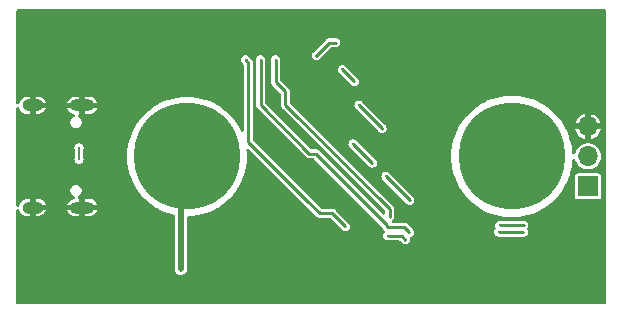
<source format=gbr>
%TF.GenerationSoftware,KiCad,Pcbnew,7.0.6*%
%TF.CreationDate,2024-02-07T23:43:31-05:00*%
%TF.ProjectId,USB_Telegraph,5553425f-5465-46c6-9567-726170682e6b,rev?*%
%TF.SameCoordinates,Original*%
%TF.FileFunction,Copper,L2,Bot*%
%TF.FilePolarity,Positive*%
%FSLAX46Y46*%
G04 Gerber Fmt 4.6, Leading zero omitted, Abs format (unit mm)*
G04 Created by KiCad (PCBNEW 7.0.6) date 2024-02-07 23:43:31*
%MOMM*%
%LPD*%
G01*
G04 APERTURE LIST*
%TA.AperFunction,ComponentPad*%
%ADD10C,9.000000*%
%TD*%
%TA.AperFunction,ComponentPad*%
%ADD11R,1.700000X1.700000*%
%TD*%
%TA.AperFunction,ComponentPad*%
%ADD12O,1.700000X1.700000*%
%TD*%
%TA.AperFunction,ComponentPad*%
%ADD13O,2.100000X1.000000*%
%TD*%
%TA.AperFunction,ComponentPad*%
%ADD14O,1.800000X1.000000*%
%TD*%
%TA.AperFunction,ViaPad*%
%ADD15C,0.250000*%
%TD*%
%TA.AperFunction,ViaPad*%
%ADD16C,0.500000*%
%TD*%
%TA.AperFunction,Conductor*%
%ADD17C,0.508000*%
%TD*%
%TA.AperFunction,Conductor*%
%ADD18C,0.254000*%
%TD*%
%TA.AperFunction,Conductor*%
%ADD19C,0.127000*%
%TD*%
G04 APERTURE END LIST*
D10*
%TO.P,J4,1,Pin_1*%
%TO.N,Net-(D1-K)*%
X114500000Y-112500000D03*
%TD*%
D11*
%TO.P,J5,1,Pin_1*%
%TO.N,/SWDIO*%
X148442255Y-115032501D03*
D12*
%TO.P,J5,2,Pin_2*%
%TO.N,/SWDCLK*%
X148442255Y-112492501D03*
%TO.P,J5,3,Pin_3*%
%TO.N,GND*%
X148442255Y-109952501D03*
%TD*%
D13*
%TO.P,J1,S1,SHIELD*%
%TO.N,GND*%
X105625000Y-108180000D03*
D14*
X101425000Y-108180000D03*
D13*
X105625000Y-116820000D03*
D14*
X101425000Y-116820000D03*
%TD*%
D10*
%TO.P,J3,1,Pin_1*%
%TO.N,Net-(D1-A)*%
X142000000Y-112500000D03*
%TD*%
D15*
%TO.N,GND*%
X129127067Y-105709855D03*
X129631818Y-107209686D03*
X104208452Y-114822567D03*
X104323824Y-117822227D03*
X105477539Y-118644250D03*
X105044896Y-120317137D03*
X106847577Y-120273873D03*
X108621414Y-120230609D03*
X136945132Y-122610147D03*
X133008077Y-121658332D03*
X135286666Y-121658332D03*
X142713710Y-119567222D03*
X142713710Y-122638990D03*
X129171973Y-123057212D03*
X129171973Y-121975604D03*
X130945811Y-120043130D03*
X128955651Y-119999866D03*
X126576113Y-120043130D03*
X126532849Y-121240110D03*
X124773432Y-121268953D03*
X123230338Y-121240110D03*
X116235937Y-120245030D03*
X117317546Y-121312217D03*
X115053379Y-121268953D03*
X126460742Y-122912997D03*
X124816697Y-122912997D03*
X123158231Y-122912997D03*
X121211336Y-122912997D03*
X119322126Y-122912997D03*
X117346388Y-122912997D03*
X114966850Y-122912997D03*
D16*
X133527800Y-122555000D03*
X121290842Y-100535997D03*
X106058633Y-105877092D03*
X108590842Y-100535997D03*
X103518633Y-103337092D03*
D15*
X123254986Y-117096302D03*
X125679200Y-111760000D03*
X132613400Y-106908600D03*
X124011565Y-109977141D03*
D16*
X139070842Y-100535997D03*
D15*
X131858371Y-113724121D03*
D16*
X111138633Y-103337092D03*
D15*
X127025400Y-103936800D03*
X123901200Y-114833400D03*
D16*
X111273135Y-121930514D03*
X100978633Y-105877092D03*
X128473200Y-116230400D03*
D15*
X129717800Y-114147600D03*
X127482600Y-113538000D03*
D16*
X107684676Y-118439330D03*
D15*
X117526601Y-116988220D03*
D16*
X144158633Y-103337092D03*
X149373135Y-121930514D03*
X129032000Y-124460000D03*
D15*
X123037564Y-115460650D03*
D16*
X116218633Y-103337092D03*
D15*
X120866302Y-111663232D03*
D16*
X136899438Y-115423821D03*
X116210842Y-100535997D03*
D15*
X124290178Y-108782171D03*
X126136400Y-113792000D03*
X125145800Y-116103400D03*
D16*
X100978633Y-113497092D03*
X106172000Y-124460000D03*
D15*
X124344164Y-116882539D03*
D16*
X118872000Y-124460000D03*
X114860178Y-119442690D03*
X131450842Y-100535997D03*
X116332000Y-124460000D03*
X138553104Y-116980213D03*
X133990842Y-100535997D03*
D15*
X124655258Y-109195287D03*
D16*
X131458633Y-103337092D03*
D15*
X123527539Y-115941018D03*
D16*
X113670842Y-100535997D03*
X121412000Y-124460000D03*
X146698633Y-103337092D03*
X108712000Y-124460000D03*
X123830842Y-100535997D03*
X141732000Y-124460000D03*
X109370767Y-118309630D03*
X108733135Y-121930514D03*
X100968920Y-100531887D03*
X113678633Y-103337092D03*
D15*
X121785061Y-119776754D03*
D16*
X103510842Y-100535997D03*
X107137200Y-115700000D03*
D15*
X130606800Y-115036600D03*
D16*
X131458633Y-105877092D03*
X118383946Y-108455521D03*
X144150842Y-100535997D03*
X146833135Y-119390514D03*
X128910842Y-100535997D03*
D15*
X124282200Y-115214400D03*
D16*
X136023968Y-113640456D03*
D15*
X120304271Y-112744059D03*
D16*
X131572000Y-124460000D03*
D15*
X129692400Y-115798600D03*
X128447800Y-114579400D03*
D16*
X139078633Y-103337092D03*
X123952000Y-124460000D03*
D15*
X123959870Y-116450208D03*
X132377168Y-113032392D03*
D16*
X149238633Y-103337092D03*
D15*
X120333093Y-111173257D03*
D16*
X101092000Y-124460000D03*
D15*
X120098970Y-118674310D03*
X128659122Y-110114158D03*
X123146903Y-118522994D03*
X137795000Y-108000800D03*
D16*
X136652000Y-124460000D03*
X103632000Y-124460000D03*
X108598633Y-103337092D03*
X149238633Y-105877092D03*
X110116538Y-109100982D03*
X144272000Y-124460000D03*
X126370842Y-100535997D03*
D15*
X122163294Y-112945814D03*
D16*
X126492000Y-124460000D03*
X149373135Y-119390514D03*
X106050842Y-100535997D03*
X141610842Y-100535997D03*
D15*
X119536940Y-114286151D03*
D16*
X135959119Y-111857091D03*
D15*
X121884681Y-110082822D03*
X121096878Y-109352663D03*
D16*
X116262089Y-105877091D03*
X141618633Y-103337092D03*
D15*
X119645023Y-119776754D03*
D16*
X139078633Y-105877092D03*
X103551057Y-110957092D03*
X144158633Y-105877092D03*
X136538633Y-103337092D03*
X111130842Y-100535997D03*
D15*
X129610250Y-111324684D03*
X119742241Y-112153207D03*
D16*
X111252000Y-124460000D03*
X146812000Y-124460000D03*
D15*
X128594273Y-108730699D03*
X129415701Y-109400812D03*
D16*
X135959119Y-110041301D03*
D15*
X128016000Y-115646200D03*
D16*
X103518633Y-105877092D03*
D15*
X130993709Y-111000436D03*
X126568200Y-110921800D03*
X120482007Y-108680149D03*
D16*
X134112000Y-124460000D03*
D15*
X127482600Y-115138200D03*
D16*
X107911650Y-116882938D03*
X106193135Y-121930514D03*
D15*
X130215514Y-110265474D03*
X127482600Y-111846609D03*
D16*
X118750842Y-100535997D03*
D15*
X108129249Y-112929849D03*
D16*
X149230842Y-100535997D03*
X103518633Y-108417092D03*
D15*
X130972093Y-112967542D03*
D16*
X112464447Y-105469924D03*
X101113135Y-121930514D03*
X146690842Y-100535997D03*
X100978633Y-103337092D03*
D15*
X127000000Y-111353600D03*
D16*
X103653135Y-121930514D03*
X149352000Y-124460000D03*
X100978633Y-110957092D03*
X118402127Y-105920325D03*
D15*
X124764800Y-115697000D03*
X123050829Y-109060784D03*
X117137503Y-118674310D03*
D16*
X103653135Y-119390514D03*
D15*
X125425200Y-113080800D03*
X128524000Y-113080800D03*
X120923946Y-113277267D03*
D16*
X139192000Y-124460000D03*
X101113135Y-119390514D03*
D15*
X127816077Y-109530511D03*
D16*
X146698633Y-105877092D03*
X136530842Y-100535997D03*
D15*
X130301980Y-111951564D03*
D16*
X148150851Y-107674290D03*
X135991600Y-116840000D03*
D15*
X121471565Y-112268495D03*
X126898400Y-114528600D03*
D16*
X113792000Y-124460000D03*
X146833135Y-121930514D03*
D15*
X133985000Y-104038400D03*
X131879988Y-111865098D03*
D16*
X107289600Y-109296200D03*
D15*
X119169459Y-116188407D03*
D16*
X108598633Y-105877092D03*
X106058633Y-103337092D03*
X141618633Y-105877092D03*
X133998633Y-103337092D03*
D15*
%TO.N,Net-(D1-K)*%
X125450600Y-103962200D03*
X127101600Y-102870000D03*
D16*
X113995200Y-122021600D03*
D15*
%TO.N,/USB_DN*%
X105359200Y-111760000D03*
X105359200Y-112750600D03*
%TO.N,/SWDIO*%
X140893800Y-118897400D03*
X119456200Y-104317800D03*
X127914400Y-118414800D03*
X132994400Y-119532400D03*
X126673962Y-117318438D03*
X131495800Y-119227600D03*
X142976600Y-118897400D03*
%TO.N,/SWDCLK*%
X143002000Y-118338600D03*
X140970000Y-118338600D03*
X133324600Y-118922800D03*
X131470400Y-118491000D03*
X120726200Y-104317800D03*
%TO.N,/SWO*%
X131648200Y-117602000D03*
X121996200Y-104292400D03*
%TO.N,/RST*%
X127660400Y-105130600D03*
X128676400Y-106146600D03*
X129057400Y-108153200D03*
X131013200Y-110134400D03*
%TO.N,/SENSE2*%
X131343400Y-114173000D03*
X130200400Y-113055400D03*
X133375400Y-116205000D03*
X128549400Y-111429800D03*
%TD*%
D17*
%TO.N,Net-(D1-K)*%
X113995200Y-122021600D02*
X114000000Y-122016800D01*
D18*
X126542800Y-102870000D02*
X125450600Y-103962200D01*
D17*
X114000000Y-113000000D02*
X114500000Y-112500000D01*
X114000000Y-122016800D02*
X114000000Y-113000000D01*
D18*
X127101600Y-102870000D02*
X126542800Y-102870000D01*
D19*
%TO.N,/USB_DN*%
X105359200Y-111760000D02*
X105359200Y-112750600D01*
D18*
%TO.N,/SWDIO*%
X126673962Y-117318438D02*
X126818038Y-117318438D01*
X131495800Y-119227600D02*
X132689600Y-119227600D01*
X124693800Y-116290625D02*
X124693800Y-116286400D01*
X125721613Y-117318438D02*
X124693800Y-116290625D01*
X126673962Y-117318438D02*
X125721613Y-117318438D01*
X132689600Y-119227600D02*
X132994400Y-119532400D01*
X119685800Y-104547400D02*
X119456200Y-104317800D01*
X140893800Y-118897400D02*
X142976600Y-118897400D01*
X124693800Y-116286400D02*
X119685800Y-111278400D01*
X119685800Y-111278400D02*
X119685800Y-104547400D01*
X126818038Y-117318438D02*
X127914400Y-118414800D01*
%TO.N,/SWDCLK*%
X132892800Y-118491000D02*
X133324600Y-118922800D01*
X131470400Y-118491000D02*
X131470400Y-118338600D01*
X131470400Y-118338600D02*
X125394600Y-112262800D01*
X131470400Y-118491000D02*
X132892800Y-118491000D01*
X120726200Y-108131002D02*
X120726200Y-104317800D01*
X124857998Y-112262800D02*
X120726200Y-108131002D01*
X125394600Y-112262800D02*
X124857998Y-112262800D01*
X143002000Y-118338600D02*
X140970000Y-118338600D01*
%TO.N,/SWO*%
X131648200Y-116941600D02*
X122809000Y-108102400D01*
X122809000Y-108102400D02*
X122809000Y-106984800D01*
X131648200Y-117602000D02*
X131648200Y-116941600D01*
X121996200Y-106172000D02*
X121996200Y-104292400D01*
X122809000Y-106984800D02*
X121996200Y-106172000D01*
%TO.N,/RST*%
X127660400Y-105130600D02*
X128676400Y-106146600D01*
X131013200Y-110109000D02*
X131013200Y-110134400D01*
X129057400Y-108153200D02*
X131013200Y-110109000D01*
%TO.N,/SENSE2*%
X130175000Y-113055400D02*
X128549400Y-111429800D01*
X133375400Y-116205000D02*
X131343400Y-114173000D01*
X130200400Y-113055400D02*
X130175000Y-113055400D01*
%TD*%
%TA.AperFunction,Conductor*%
%TO.N,GND*%
G36*
X149930039Y-100044885D02*
G01*
X149975794Y-100097689D01*
X149987000Y-100149200D01*
X149987000Y-124869400D01*
X149967315Y-124936439D01*
X149914511Y-124982194D01*
X149863000Y-124993400D01*
X100174600Y-124993400D01*
X100107561Y-124973715D01*
X100061806Y-124920911D01*
X100050600Y-124869400D01*
X100050600Y-117030309D01*
X100070285Y-116963270D01*
X100123089Y-116917515D01*
X100192247Y-116907571D01*
X100255803Y-116936596D01*
X100293577Y-116995374D01*
X100296716Y-117008777D01*
X100301615Y-117036563D01*
X100371059Y-117197554D01*
X100475756Y-117338185D01*
X100610061Y-117450881D01*
X100610063Y-117450882D01*
X100766735Y-117529566D01*
X100937340Y-117570000D01*
X101175000Y-117570000D01*
X101175000Y-117120000D01*
X101675000Y-117120000D01*
X101675000Y-117570000D01*
X101868677Y-117570000D01*
X101868677Y-117569999D01*
X101999139Y-117554751D01*
X102163889Y-117494787D01*
X102310373Y-117398443D01*
X102430685Y-117270921D01*
X102518349Y-117119083D01*
X102533043Y-117070000D01*
X104366038Y-117070000D01*
X104421059Y-117197552D01*
X104421062Y-117197558D01*
X104525756Y-117338185D01*
X104660061Y-117450881D01*
X104660063Y-117450882D01*
X104816735Y-117529566D01*
X104987340Y-117570000D01*
X105375000Y-117570000D01*
X105375000Y-117120000D01*
X105875000Y-117120000D01*
X105875000Y-117570000D01*
X106218677Y-117570000D01*
X106218677Y-117569999D01*
X106349139Y-117554751D01*
X106513889Y-117494787D01*
X106660373Y-117398443D01*
X106780685Y-117270921D01*
X106868349Y-117119083D01*
X106883043Y-117070000D01*
X106341111Y-117070000D01*
X106380610Y-117045543D01*
X106448201Y-116956038D01*
X106478895Y-116848160D01*
X106468546Y-116736479D01*
X106418552Y-116636078D01*
X106346069Y-116570000D01*
X106883962Y-116570000D01*
X106828940Y-116442447D01*
X106828937Y-116442441D01*
X106724243Y-116301814D01*
X106589938Y-116189118D01*
X106589936Y-116189117D01*
X106433264Y-116110433D01*
X106262660Y-116070000D01*
X105875000Y-116070000D01*
X105875000Y-116520000D01*
X105375000Y-116520000D01*
X105375000Y-116070000D01*
X105373417Y-116068417D01*
X105311769Y-116050315D01*
X105266014Y-115997511D01*
X105256070Y-115928353D01*
X105285095Y-115864797D01*
X105327296Y-115833206D01*
X105332826Y-115830680D01*
X105375642Y-115811127D01*
X105483324Y-115717820D01*
X105560357Y-115597955D01*
X105600500Y-115461242D01*
X105600500Y-115318758D01*
X105560357Y-115182045D01*
X105483324Y-115062180D01*
X105375642Y-114968873D01*
X105375640Y-114968872D01*
X105246034Y-114909682D01*
X105153709Y-114896408D01*
X105140436Y-114894500D01*
X105069564Y-114894500D01*
X104963965Y-114909682D01*
X104834359Y-114968872D01*
X104834358Y-114968873D01*
X104761437Y-115032060D01*
X104726674Y-115062182D01*
X104649645Y-115182041D01*
X104649643Y-115182045D01*
X104609500Y-115318758D01*
X104609500Y-115461242D01*
X104649643Y-115597955D01*
X104726676Y-115717820D01*
X104834358Y-115811127D01*
X104882704Y-115833206D01*
X104923535Y-115851853D01*
X104976339Y-115897608D01*
X104996023Y-115964647D01*
X104976338Y-116031687D01*
X104923534Y-116077441D01*
X104902076Y-116084805D01*
X104736110Y-116145212D01*
X104589626Y-116241556D01*
X104469314Y-116369078D01*
X104381650Y-116520916D01*
X104366957Y-116570000D01*
X104908889Y-116570000D01*
X104869390Y-116594457D01*
X104801799Y-116683962D01*
X104771105Y-116791840D01*
X104781454Y-116903521D01*
X104831448Y-117003922D01*
X104903931Y-117070000D01*
X104366038Y-117070000D01*
X102533043Y-117070000D01*
X101991111Y-117070000D01*
X102030610Y-117045543D01*
X102098201Y-116956038D01*
X102128895Y-116848160D01*
X102118546Y-116736479D01*
X102068552Y-116636078D01*
X101996069Y-116570000D01*
X102533962Y-116570000D01*
X102478940Y-116442447D01*
X102478937Y-116442441D01*
X102374243Y-116301814D01*
X102239938Y-116189118D01*
X102239936Y-116189117D01*
X102083264Y-116110433D01*
X101912660Y-116070000D01*
X101675000Y-116070000D01*
X101675000Y-116520000D01*
X101175000Y-116520000D01*
X101175000Y-116070000D01*
X100981323Y-116070000D01*
X100850860Y-116085248D01*
X100686110Y-116145212D01*
X100539626Y-116241556D01*
X100419314Y-116369078D01*
X100331650Y-116520918D01*
X100331648Y-116520921D01*
X100293390Y-116648712D01*
X100255305Y-116707290D01*
X100191597Y-116735978D01*
X100122492Y-116725668D01*
X100069931Y-116679634D01*
X100050600Y-116613148D01*
X100050600Y-112750602D01*
X104974969Y-112750602D01*
X104993773Y-112869331D01*
X104993775Y-112869334D01*
X105048351Y-112976445D01*
X105048353Y-112976447D01*
X105048355Y-112976450D01*
X105133349Y-113061444D01*
X105133351Y-113061445D01*
X105133355Y-113061449D01*
X105240466Y-113116025D01*
X105240468Y-113116026D01*
X105359198Y-113134831D01*
X105359200Y-113134831D01*
X105359202Y-113134831D01*
X105477931Y-113116026D01*
X105477932Y-113116025D01*
X105477934Y-113116025D01*
X105585045Y-113061449D01*
X105670049Y-112976445D01*
X105724625Y-112869334D01*
X105724625Y-112869332D01*
X105724626Y-112869331D01*
X105743431Y-112750602D01*
X105743431Y-112750597D01*
X105724626Y-112631868D01*
X105724625Y-112631866D01*
X105690715Y-112565315D01*
X105677199Y-112509019D01*
X105677199Y-112500000D01*
X109435880Y-112500000D01*
X109455151Y-112941367D01*
X109512814Y-113379371D01*
X109608437Y-113810697D01*
X109684793Y-114052866D01*
X109741284Y-114232031D01*
X109910349Y-114640190D01*
X109910350Y-114640192D01*
X110114341Y-115032056D01*
X110114340Y-115032055D01*
X110351716Y-115404660D01*
X110592011Y-115717820D01*
X110620659Y-115755154D01*
X110919126Y-116080874D01*
X111244846Y-116379341D01*
X111244849Y-116379343D01*
X111244852Y-116379346D01*
X111485325Y-116563867D01*
X111595340Y-116648284D01*
X111871128Y-116823981D01*
X111967945Y-116885660D01*
X111967944Y-116885659D01*
X112359810Y-117089651D01*
X112767969Y-117258716D01*
X112942493Y-117313743D01*
X113189303Y-117391563D01*
X113252232Y-117405513D01*
X113394340Y-117437018D01*
X113455528Y-117470745D01*
X113488770Y-117532200D01*
X113491500Y-117558078D01*
X113491500Y-121934108D01*
X113491342Y-121938532D01*
X113482780Y-122058244D01*
X113482780Y-122058249D01*
X113513862Y-122201129D01*
X113513862Y-122201130D01*
X113564868Y-122294541D01*
X113583939Y-122329467D01*
X113687333Y-122432861D01*
X113815671Y-122502938D01*
X113958551Y-122534020D01*
X114104401Y-122523589D01*
X114196539Y-122489222D01*
X114200730Y-122487827D01*
X114213411Y-122484104D01*
X114213413Y-122484102D01*
X114221481Y-122480418D01*
X114221714Y-122480930D01*
X114230257Y-122476646D01*
X114241404Y-122472489D01*
X114299831Y-122428750D01*
X114303435Y-122426247D01*
X114336421Y-122405050D01*
X114370957Y-122365192D01*
X114373953Y-122361973D01*
X114385280Y-122350648D01*
X114394867Y-122337838D01*
X114397636Y-122334402D01*
X114432176Y-122294543D01*
X114434296Y-122289901D01*
X114447830Y-122267090D01*
X114450888Y-122263005D01*
X114450887Y-122263005D01*
X114450889Y-122263004D01*
X114469328Y-122213562D01*
X114470999Y-122209528D01*
X114492919Y-122161534D01*
X114493645Y-122156484D01*
X114500206Y-122130777D01*
X114501988Y-122126001D01*
X114505750Y-122073392D01*
X114506220Y-122069022D01*
X114508500Y-122053168D01*
X114508500Y-122037172D01*
X114508658Y-122032747D01*
X114512420Y-121980152D01*
X114511332Y-121975151D01*
X114508500Y-121948811D01*
X114508499Y-117682448D01*
X114528184Y-117615413D01*
X114580988Y-117569658D01*
X114627088Y-117558570D01*
X114941367Y-117544849D01*
X115379371Y-117487185D01*
X115379371Y-117487186D01*
X115810697Y-117391563D01*
X116057506Y-117313743D01*
X116232031Y-117258716D01*
X116640190Y-117089651D01*
X117032056Y-116885659D01*
X117032055Y-116885660D01*
X117128872Y-116823981D01*
X117404660Y-116648284D01*
X117514675Y-116563867D01*
X117755148Y-116379346D01*
X117755150Y-116379343D01*
X117755154Y-116379341D01*
X118080874Y-116080874D01*
X118379341Y-115755154D01*
X118407989Y-115717820D01*
X118648284Y-115404660D01*
X118885660Y-115032055D01*
X118885659Y-115032056D01*
X119089650Y-114640192D01*
X119089651Y-114640190D01*
X119258716Y-114232031D01*
X119315207Y-114052866D01*
X119391563Y-113810697D01*
X119487186Y-113379371D01*
X119544849Y-112941367D01*
X119564120Y-112500000D01*
X119544849Y-112058633D01*
X119534664Y-111981270D01*
X119545429Y-111912237D01*
X119591809Y-111859981D01*
X119659078Y-111841096D01*
X119725879Y-111861577D01*
X119745283Y-111877405D01*
X122099906Y-114232029D01*
X124361212Y-116493335D01*
X124374448Y-116508962D01*
X124383677Y-116521889D01*
X124388582Y-116528189D01*
X124429619Y-116565967D01*
X125414778Y-117551126D01*
X125430906Y-117570986D01*
X125437051Y-117580392D01*
X125437052Y-117580393D01*
X125437053Y-117580394D01*
X125442659Y-117584757D01*
X125465557Y-117602579D01*
X125471314Y-117607662D01*
X125474204Y-117610552D01*
X125493513Y-117624338D01*
X125537528Y-117658596D01*
X125537535Y-117658598D01*
X125544565Y-117662403D01*
X125551738Y-117665909D01*
X125551743Y-117665913D01*
X125587380Y-117676522D01*
X125605198Y-117681827D01*
X125607019Y-117682452D01*
X125657952Y-117699938D01*
X125657953Y-117699938D01*
X125665832Y-117701253D01*
X125673771Y-117702242D01*
X125673772Y-117702243D01*
X125673772Y-117702242D01*
X125673773Y-117702243D01*
X125714508Y-117700558D01*
X125729497Y-117699938D01*
X126608654Y-117699938D01*
X126675693Y-117719623D01*
X126696334Y-117736256D01*
X127183220Y-118223143D01*
X127666991Y-118706914D01*
X127668519Y-118708005D01*
X127684148Y-118721242D01*
X127688556Y-118725650D01*
X127696655Y-118729777D01*
X127712407Y-118739341D01*
X127744526Y-118762273D01*
X127744528Y-118762274D01*
X127744530Y-118762275D01*
X127771958Y-118770440D01*
X127792869Y-118778799D01*
X127795666Y-118780225D01*
X127811177Y-118782681D01*
X127819171Y-118784496D01*
X127866559Y-118798605D01*
X127890028Y-118797634D01*
X127914140Y-118799031D01*
X127914398Y-118799031D01*
X127914398Y-118799030D01*
X127914400Y-118799031D01*
X127931410Y-118796336D01*
X127938531Y-118795627D01*
X127993772Y-118793343D01*
X128011010Y-118786616D01*
X128025741Y-118782626D01*
X128033130Y-118780225D01*
X128033134Y-118780225D01*
X128049166Y-118772055D01*
X128054779Y-118769538D01*
X128112381Y-118747062D01*
X128112380Y-118747062D01*
X128112384Y-118747061D01*
X128122763Y-118738269D01*
X128132596Y-118731730D01*
X128132347Y-118731387D01*
X128140241Y-118725651D01*
X128140240Y-118725651D01*
X128140245Y-118725649D01*
X128152730Y-118713162D01*
X128156458Y-118709731D01*
X128209542Y-118664772D01*
X128216420Y-118653227D01*
X128219518Y-118648529D01*
X128225243Y-118640650D01*
X128225249Y-118640645D01*
X128232180Y-118627041D01*
X128234132Y-118623503D01*
X128274716Y-118555395D01*
X128277663Y-118541335D01*
X128279380Y-118534898D01*
X128279818Y-118533546D01*
X128279825Y-118533534D01*
X128281206Y-118524807D01*
X128281759Y-118521802D01*
X128300845Y-118430783D01*
X128285096Y-118304440D01*
X128285095Y-118304438D01*
X128285094Y-118304434D01*
X128229177Y-118190054D01*
X127124871Y-117085748D01*
X127108743Y-117065888D01*
X127107054Y-117063303D01*
X127102598Y-117056482D01*
X127074087Y-117034291D01*
X127068325Y-117029202D01*
X127065447Y-117026324D01*
X127046137Y-117012537D01*
X127022365Y-116994035D01*
X127002124Y-116978280D01*
X126995108Y-116974483D01*
X126987910Y-116970964D01*
X126987908Y-116970963D01*
X126987905Y-116970962D01*
X126934451Y-116955047D01*
X126881700Y-116936937D01*
X126873817Y-116935622D01*
X126865877Y-116934632D01*
X126812205Y-116936853D01*
X126810154Y-116936938D01*
X126700963Y-116936938D01*
X126681564Y-116935411D01*
X126673963Y-116934207D01*
X126673961Y-116934207D01*
X126666360Y-116935411D01*
X126646961Y-116936938D01*
X125930997Y-116936938D01*
X125863958Y-116917253D01*
X125843316Y-116900619D01*
X125026393Y-116083696D01*
X125013153Y-116068063D01*
X125003955Y-116055179D01*
X124999018Y-116048836D01*
X124957992Y-116011069D01*
X120103619Y-111156695D01*
X120070134Y-111095372D01*
X120067300Y-111069014D01*
X120067300Y-108115017D01*
X120339754Y-108115017D01*
X120344223Y-108150867D01*
X120344700Y-108158543D01*
X120344700Y-108162613D01*
X120347627Y-108180157D01*
X120348603Y-108186007D01*
X120355504Y-108241363D01*
X120357780Y-108249011D01*
X120360381Y-108256587D01*
X120386929Y-108305643D01*
X120411424Y-108355749D01*
X120416069Y-108362255D01*
X120420982Y-108368566D01*
X120462019Y-108406344D01*
X124551163Y-112495488D01*
X124567291Y-112515348D01*
X124573436Y-112524754D01*
X124573437Y-112524755D01*
X124573438Y-112524756D01*
X124591468Y-112538789D01*
X124601942Y-112546941D01*
X124607699Y-112552024D01*
X124610589Y-112554914D01*
X124629898Y-112568700D01*
X124673913Y-112602958D01*
X124673920Y-112602960D01*
X124680950Y-112606765D01*
X124688123Y-112610271D01*
X124688128Y-112610275D01*
X124723765Y-112620884D01*
X124741583Y-112626189D01*
X124767960Y-112635244D01*
X124794337Y-112644300D01*
X124794338Y-112644300D01*
X124802217Y-112645615D01*
X124810156Y-112646604D01*
X124810157Y-112646605D01*
X124810157Y-112646604D01*
X124810158Y-112646605D01*
X124838019Y-112645452D01*
X124865882Y-112644300D01*
X125185216Y-112644300D01*
X125252255Y-112663985D01*
X125272897Y-112680619D01*
X131050537Y-118458260D01*
X131083062Y-118515500D01*
X131096071Y-118566872D01*
X131097123Y-118571889D01*
X131104581Y-118616585D01*
X131104894Y-118617162D01*
X131116040Y-118645726D01*
X131116202Y-118646367D01*
X131116202Y-118646368D01*
X131140986Y-118684302D01*
X131143609Y-118688705D01*
X131161218Y-118721242D01*
X131165180Y-118728562D01*
X131165659Y-118729003D01*
X131185483Y-118752409D01*
X131185840Y-118752956D01*
X131212582Y-118773770D01*
X131253395Y-118830478D01*
X131257070Y-118900251D01*
X131227650Y-118955605D01*
X131193827Y-118992348D01*
X131188295Y-118998358D01*
X131187688Y-118999017D01*
X131184046Y-119002660D01*
X131181716Y-119005504D01*
X131172004Y-119016053D01*
X131137698Y-119094261D01*
X131136167Y-119097494D01*
X131130375Y-119108863D01*
X131128699Y-119114022D01*
X131126514Y-119119759D01*
X131120861Y-119132647D01*
X131120859Y-119132658D01*
X131114745Y-119206441D01*
X131114194Y-119211018D01*
X131111569Y-119227595D01*
X131111569Y-119237352D01*
X131110865Y-119237352D01*
X131111270Y-119248372D01*
X131110345Y-119259538D01*
X131110345Y-119259539D01*
X131126425Y-119323039D01*
X131127558Y-119328558D01*
X131130373Y-119346330D01*
X131133389Y-119355609D01*
X131133243Y-119355656D01*
X131137662Y-119367410D01*
X131141600Y-119382963D01*
X131141603Y-119382969D01*
X131173568Y-119431895D01*
X131176908Y-119437661D01*
X131184952Y-119453447D01*
X131187048Y-119456332D01*
X131199762Y-119471987D01*
X131211240Y-119489556D01*
X131252513Y-119521679D01*
X131258265Y-119526759D01*
X131269955Y-119538449D01*
X131271300Y-119539134D01*
X131291164Y-119551763D01*
X131311716Y-119567759D01*
X131331049Y-119574395D01*
X131355906Y-119582928D01*
X131363922Y-119586327D01*
X131377066Y-119593025D01*
X131381725Y-119593762D01*
X131402579Y-119598951D01*
X131432139Y-119609100D01*
X131468799Y-119609100D01*
X131488198Y-119610627D01*
X131495799Y-119611831D01*
X131495800Y-119611831D01*
X131495801Y-119611831D01*
X131503402Y-119610627D01*
X131522801Y-119609100D01*
X132480216Y-119609100D01*
X132547255Y-119628785D01*
X132567897Y-119645419D01*
X132746992Y-119824514D01*
X132748509Y-119825597D01*
X132764145Y-119838839D01*
X132768555Y-119843249D01*
X132776647Y-119847372D01*
X132792407Y-119856940D01*
X132824530Y-119879875D01*
X132851966Y-119888042D01*
X132872869Y-119896399D01*
X132875666Y-119897825D01*
X132891167Y-119900279D01*
X132899168Y-119902096D01*
X132946554Y-119916204D01*
X132946558Y-119916205D01*
X132970028Y-119915234D01*
X132994140Y-119916631D01*
X132994398Y-119916631D01*
X132994398Y-119916630D01*
X132994400Y-119916631D01*
X133011410Y-119913936D01*
X133018531Y-119913227D01*
X133073772Y-119910943D01*
X133091010Y-119904216D01*
X133105741Y-119900226D01*
X133113130Y-119897825D01*
X133113134Y-119897825D01*
X133129166Y-119889655D01*
X133134779Y-119887138D01*
X133192381Y-119864662D01*
X133192380Y-119864662D01*
X133192384Y-119864661D01*
X133202763Y-119855869D01*
X133212596Y-119849330D01*
X133212347Y-119848987D01*
X133220241Y-119843251D01*
X133220240Y-119843251D01*
X133220245Y-119843249D01*
X133232730Y-119830762D01*
X133236458Y-119827331D01*
X133289542Y-119782372D01*
X133296420Y-119770827D01*
X133299518Y-119766129D01*
X133305243Y-119758250D01*
X133305249Y-119758245D01*
X133312180Y-119744641D01*
X133314132Y-119741103D01*
X133354716Y-119672995D01*
X133357663Y-119658935D01*
X133359380Y-119652498D01*
X133359818Y-119651146D01*
X133359825Y-119651134D01*
X133361206Y-119642407D01*
X133361759Y-119639402D01*
X133380845Y-119548383D01*
X133365096Y-119422040D01*
X133365094Y-119422037D01*
X133364777Y-119419489D01*
X133376018Y-119350529D01*
X133422756Y-119298594D01*
X133434816Y-119293015D01*
X133434634Y-119292658D01*
X133443334Y-119288225D01*
X133459366Y-119280055D01*
X133464979Y-119277538D01*
X133511110Y-119259538D01*
X133522584Y-119255061D01*
X133532963Y-119246269D01*
X133542796Y-119239730D01*
X133542547Y-119239387D01*
X133550441Y-119233651D01*
X133550440Y-119233651D01*
X133550445Y-119233649D01*
X133562930Y-119221162D01*
X133566658Y-119217731D01*
X133619742Y-119172772D01*
X133626620Y-119161227D01*
X133629718Y-119156529D01*
X133635443Y-119148650D01*
X133635449Y-119148645D01*
X133642380Y-119135041D01*
X133644332Y-119131503D01*
X133684916Y-119063395D01*
X133687863Y-119049335D01*
X133689580Y-119042898D01*
X133690018Y-119041546D01*
X133690025Y-119041534D01*
X133691406Y-119032807D01*
X133691959Y-119029802D01*
X133692444Y-119027488D01*
X133711045Y-118938783D01*
X133709868Y-118929339D01*
X140508345Y-118929339D01*
X140524425Y-118992839D01*
X140525558Y-118998358D01*
X140528373Y-119016130D01*
X140531389Y-119025409D01*
X140531243Y-119025456D01*
X140535662Y-119037210D01*
X140539600Y-119052763D01*
X140539603Y-119052769D01*
X140571568Y-119101695D01*
X140574908Y-119107461D01*
X140582952Y-119123247D01*
X140585048Y-119126132D01*
X140597762Y-119141787D01*
X140609240Y-119159356D01*
X140650513Y-119191479D01*
X140656265Y-119196559D01*
X140667955Y-119208249D01*
X140669300Y-119208934D01*
X140689164Y-119221563D01*
X140709716Y-119237559D01*
X140729049Y-119244195D01*
X140753906Y-119252728D01*
X140761922Y-119256127D01*
X140775066Y-119262825D01*
X140779725Y-119263562D01*
X140800579Y-119268751D01*
X140830139Y-119278900D01*
X140866799Y-119278900D01*
X140886198Y-119280427D01*
X140893799Y-119281631D01*
X140893800Y-119281631D01*
X140893801Y-119281631D01*
X140901402Y-119280427D01*
X140920801Y-119278900D01*
X142949599Y-119278900D01*
X142968998Y-119280427D01*
X142976599Y-119281631D01*
X142976600Y-119281631D01*
X142976601Y-119281631D01*
X142984202Y-119280427D01*
X143003601Y-119278900D01*
X143008210Y-119278900D01*
X143008211Y-119278900D01*
X143102186Y-119263218D01*
X143214162Y-119202620D01*
X143284715Y-119125978D01*
X143287449Y-119123245D01*
X143287449Y-119123244D01*
X143288360Y-119122334D01*
X143290689Y-119119488D01*
X143300395Y-119108946D01*
X143334710Y-119030715D01*
X143336228Y-119027510D01*
X143342025Y-119016134D01*
X143342025Y-119016129D01*
X143343696Y-119010989D01*
X143345878Y-119005254D01*
X143351540Y-118992348D01*
X143357655Y-118918539D01*
X143358203Y-118913986D01*
X143360831Y-118897400D01*
X143360831Y-118897398D01*
X143360831Y-118887636D01*
X143361542Y-118887636D01*
X143361130Y-118876607D01*
X143362054Y-118865460D01*
X143345970Y-118801947D01*
X143344842Y-118796457D01*
X143342025Y-118778666D01*
X143342023Y-118778662D01*
X143339010Y-118769387D01*
X143339155Y-118769339D01*
X143334736Y-118757584D01*
X143330798Y-118742035D01*
X143330796Y-118742031D01*
X143308182Y-118707417D01*
X143287994Y-118640527D01*
X143307175Y-118573342D01*
X143320767Y-118555607D01*
X143325795Y-118550146D01*
X143360110Y-118471915D01*
X143361628Y-118468710D01*
X143367425Y-118457334D01*
X143367425Y-118457329D01*
X143369096Y-118452189D01*
X143371278Y-118446454D01*
X143376940Y-118433548D01*
X143383055Y-118359739D01*
X143383603Y-118355186D01*
X143386231Y-118338600D01*
X143386231Y-118338598D01*
X143386231Y-118328836D01*
X143386942Y-118328836D01*
X143386530Y-118317807D01*
X143387454Y-118306660D01*
X143371370Y-118243147D01*
X143370242Y-118237657D01*
X143367425Y-118219866D01*
X143367423Y-118219862D01*
X143364410Y-118210587D01*
X143364555Y-118210539D01*
X143360136Y-118198784D01*
X143356198Y-118183235D01*
X143356196Y-118183230D01*
X143333321Y-118148218D01*
X143324222Y-118134290D01*
X143320891Y-118128539D01*
X143312849Y-118112755D01*
X143312848Y-118112754D01*
X143312847Y-118112752D01*
X143310752Y-118109869D01*
X143298036Y-118094209D01*
X143286562Y-118076646D01*
X143286555Y-118076639D01*
X143245289Y-118044521D01*
X143239530Y-118039436D01*
X143233471Y-118033377D01*
X143227845Y-118027750D01*
X143227843Y-118027749D01*
X143226490Y-118027060D01*
X143206632Y-118014434D01*
X143186085Y-117998442D01*
X143186083Y-117998441D01*
X143168506Y-117992407D01*
X143141895Y-117983271D01*
X143133883Y-117979875D01*
X143120734Y-117973175D01*
X143120733Y-117973174D01*
X143120732Y-117973174D01*
X143120727Y-117973173D01*
X143116074Y-117972436D01*
X143095216Y-117967246D01*
X143065661Y-117957100D01*
X143029001Y-117957100D01*
X143009602Y-117955573D01*
X143002001Y-117954369D01*
X143001999Y-117954369D01*
X142994398Y-117955573D01*
X142974999Y-117957100D01*
X140997001Y-117957100D01*
X140977602Y-117955573D01*
X140970001Y-117954369D01*
X140969999Y-117954369D01*
X140962398Y-117955573D01*
X140942999Y-117957100D01*
X140938389Y-117957100D01*
X140924950Y-117959342D01*
X140844414Y-117972781D01*
X140732441Y-118033377D01*
X140732437Y-118033380D01*
X140661887Y-118110017D01*
X140658249Y-118113656D01*
X140655916Y-118116504D01*
X140646204Y-118127053D01*
X140611898Y-118205261D01*
X140610367Y-118208494D01*
X140604575Y-118219863D01*
X140602899Y-118225022D01*
X140600714Y-118230759D01*
X140595061Y-118243647D01*
X140595059Y-118243658D01*
X140588945Y-118317441D01*
X140588394Y-118322018D01*
X140585769Y-118338595D01*
X140585769Y-118348352D01*
X140585065Y-118348352D01*
X140585470Y-118359372D01*
X140584545Y-118370538D01*
X140584545Y-118370539D01*
X140600625Y-118434039D01*
X140601758Y-118439558D01*
X140604573Y-118457330D01*
X140607589Y-118466609D01*
X140607443Y-118466656D01*
X140611862Y-118478410D01*
X140615800Y-118493963D01*
X140615803Y-118493968D01*
X140617331Y-118496307D01*
X140618438Y-118499975D01*
X140619930Y-118503377D01*
X140619518Y-118503557D01*
X140637517Y-118563198D01*
X140618334Y-118630383D01*
X140604752Y-118648107D01*
X140604364Y-118648529D01*
X140589412Y-118664772D01*
X140585689Y-118668816D01*
X140582046Y-118672460D01*
X140579716Y-118675304D01*
X140570004Y-118685853D01*
X140535698Y-118764061D01*
X140534167Y-118767294D01*
X140528375Y-118778663D01*
X140526699Y-118783822D01*
X140524514Y-118789559D01*
X140518861Y-118802447D01*
X140518859Y-118802458D01*
X140512745Y-118876241D01*
X140512194Y-118880818D01*
X140509569Y-118897395D01*
X140509569Y-118907152D01*
X140508865Y-118907152D01*
X140509270Y-118918172D01*
X140508345Y-118929338D01*
X140508345Y-118929339D01*
X133709868Y-118929339D01*
X133695295Y-118812439D01*
X133639376Y-118698054D01*
X133639374Y-118698052D01*
X133639374Y-118698051D01*
X133199633Y-118258310D01*
X133183505Y-118238450D01*
X133178480Y-118230759D01*
X133177360Y-118229044D01*
X133148849Y-118206853D01*
X133143087Y-118201764D01*
X133140209Y-118198886D01*
X133120899Y-118185099D01*
X133098892Y-118167970D01*
X133076886Y-118150842D01*
X133069870Y-118147045D01*
X133062672Y-118143526D01*
X133062670Y-118143525D01*
X133062667Y-118143524D01*
X133009213Y-118127609D01*
X132956462Y-118109499D01*
X132948579Y-118108184D01*
X132940639Y-118107194D01*
X132886967Y-118109415D01*
X132884916Y-118109500D01*
X131985430Y-118109500D01*
X131918391Y-118089815D01*
X131872636Y-118037011D01*
X131862692Y-117967853D01*
X131891717Y-117904297D01*
X131903247Y-117894229D01*
X131902595Y-117893521D01*
X131910152Y-117886563D01*
X131910152Y-117886562D01*
X131910156Y-117886560D01*
X131942277Y-117845290D01*
X131947362Y-117839531D01*
X131959049Y-117827845D01*
X131959736Y-117826495D01*
X131972364Y-117806633D01*
X131988358Y-117786085D01*
X132003524Y-117741902D01*
X132006924Y-117733882D01*
X132013625Y-117720734D01*
X132014361Y-117716085D01*
X132019554Y-117695213D01*
X132029700Y-117665660D01*
X132029700Y-117629000D01*
X132031227Y-117609599D01*
X132032431Y-117602000D01*
X132031225Y-117594391D01*
X132029699Y-117575011D01*
X132029699Y-116994034D01*
X132032339Y-116968583D01*
X132033453Y-116963270D01*
X132034646Y-116957584D01*
X132031732Y-116934207D01*
X132030177Y-116921727D01*
X132029700Y-116914051D01*
X132029700Y-116909991D01*
X132029699Y-116909979D01*
X132025797Y-116886606D01*
X132018896Y-116831238D01*
X132016622Y-116823601D01*
X132014019Y-116816021D01*
X132014018Y-116816014D01*
X131987476Y-116766968D01*
X131962977Y-116716854D01*
X131962976Y-116716853D01*
X131962975Y-116716850D01*
X131958351Y-116710374D01*
X131953418Y-116704036D01*
X131912392Y-116666269D01*
X129403141Y-114157018D01*
X130956955Y-114157018D01*
X130972703Y-114283358D01*
X130972705Y-114283365D01*
X131028622Y-114397745D01*
X133127991Y-116497114D01*
X133129519Y-116498205D01*
X133145148Y-116511442D01*
X133149556Y-116515850D01*
X133157655Y-116519977D01*
X133173407Y-116529541D01*
X133205526Y-116552473D01*
X133205528Y-116552474D01*
X133205530Y-116552475D01*
X133232958Y-116560640D01*
X133253869Y-116568999D01*
X133256666Y-116570425D01*
X133272177Y-116572881D01*
X133280171Y-116574696D01*
X133327559Y-116588805D01*
X133351028Y-116587834D01*
X133375140Y-116589231D01*
X133375398Y-116589231D01*
X133375398Y-116589230D01*
X133375400Y-116589231D01*
X133392410Y-116586536D01*
X133399531Y-116585827D01*
X133454772Y-116583543D01*
X133472010Y-116576816D01*
X133486741Y-116572826D01*
X133494130Y-116570425D01*
X133494134Y-116570425D01*
X133510166Y-116562255D01*
X133515779Y-116559738D01*
X133573381Y-116537262D01*
X133573380Y-116537262D01*
X133573384Y-116537261D01*
X133583763Y-116528469D01*
X133593596Y-116521930D01*
X133593347Y-116521587D01*
X133601241Y-116515851D01*
X133601240Y-116515851D01*
X133601245Y-116515849D01*
X133613730Y-116503362D01*
X133617458Y-116499931D01*
X133670542Y-116454972D01*
X133677420Y-116443427D01*
X133680518Y-116438729D01*
X133686243Y-116430850D01*
X133686249Y-116430845D01*
X133693180Y-116417241D01*
X133695132Y-116413703D01*
X133735716Y-116345595D01*
X133738663Y-116331535D01*
X133740380Y-116325098D01*
X133740818Y-116323746D01*
X133740825Y-116323734D01*
X133742206Y-116315007D01*
X133742759Y-116312002D01*
X133761845Y-116220983D01*
X133746096Y-116094640D01*
X133746095Y-116094638D01*
X133746094Y-116094634D01*
X133690177Y-115980254D01*
X133690175Y-115980252D01*
X131590813Y-113880889D01*
X131589275Y-113879791D01*
X131573654Y-113866559D01*
X131569247Y-113862152D01*
X131569245Y-113862151D01*
X131561148Y-113858025D01*
X131545399Y-113848463D01*
X131513270Y-113825525D01*
X131513268Y-113825524D01*
X131485834Y-113817356D01*
X131464927Y-113808998D01*
X131462134Y-113807575D01*
X131446627Y-113805118D01*
X131438629Y-113803303D01*
X131391239Y-113789194D01*
X131367766Y-113790165D01*
X131343657Y-113788769D01*
X131343399Y-113788769D01*
X131326398Y-113791460D01*
X131319262Y-113792171D01*
X131264028Y-113794457D01*
X131264022Y-113794458D01*
X131246783Y-113801184D01*
X131232032Y-113805181D01*
X131224665Y-113807575D01*
X131208627Y-113815746D01*
X131203017Y-113818262D01*
X131145417Y-113840738D01*
X131145413Y-113840740D01*
X131135022Y-113849541D01*
X131125200Y-113856076D01*
X131125447Y-113856416D01*
X131117554Y-113862150D01*
X131105085Y-113874619D01*
X131101317Y-113878088D01*
X131048257Y-113923028D01*
X131041392Y-113934550D01*
X131038291Y-113939253D01*
X131032550Y-113947154D01*
X131025629Y-113960736D01*
X131023651Y-113964320D01*
X130983083Y-114032406D01*
X130983083Y-114032407D01*
X130980140Y-114046442D01*
X130978428Y-114052866D01*
X130977975Y-114054260D01*
X130976593Y-114062981D01*
X130976038Y-114066000D01*
X130956955Y-114157016D01*
X130956955Y-114157018D01*
X129403141Y-114157018D01*
X126659942Y-111413818D01*
X128162955Y-111413818D01*
X128178703Y-111540158D01*
X128178705Y-111540165D01*
X128234622Y-111654545D01*
X129868165Y-113288088D01*
X129884293Y-113307948D01*
X129890438Y-113317354D01*
X129890439Y-113317355D01*
X129890440Y-113317356D01*
X129918944Y-113339541D01*
X129924701Y-113344624D01*
X129927591Y-113347514D01*
X129946898Y-113361298D01*
X129990915Y-113395558D01*
X129990921Y-113395560D01*
X129997950Y-113399364D01*
X130005128Y-113402873D01*
X130005131Y-113402875D01*
X130058582Y-113418788D01*
X130111339Y-113436900D01*
X130111342Y-113436900D01*
X130119220Y-113438215D01*
X130127158Y-113439204D01*
X130127159Y-113439205D01*
X130127159Y-113439204D01*
X130127160Y-113439205D01*
X130131281Y-113439034D01*
X130170774Y-113437401D01*
X130195288Y-113438821D01*
X130200400Y-113439631D01*
X130208001Y-113438427D01*
X130227401Y-113436900D01*
X130232010Y-113436900D01*
X130232011Y-113436900D01*
X130244382Y-113434835D01*
X130252044Y-113434040D01*
X130254372Y-113433944D01*
X130254377Y-113433941D01*
X130264430Y-113431835D01*
X130264492Y-113432135D01*
X130270531Y-113430472D01*
X130283953Y-113428231D01*
X130325986Y-113421218D01*
X130437962Y-113360620D01*
X130508515Y-113283978D01*
X130511249Y-113281245D01*
X130511249Y-113281244D01*
X130512160Y-113280334D01*
X130514489Y-113277488D01*
X130524195Y-113266946D01*
X130558510Y-113188715D01*
X130560028Y-113185510D01*
X130565825Y-113174134D01*
X130565825Y-113174129D01*
X130567496Y-113168989D01*
X130569678Y-113163254D01*
X130575340Y-113150348D01*
X130581455Y-113076539D01*
X130582003Y-113071986D01*
X130584631Y-113055400D01*
X130584631Y-113055398D01*
X130584631Y-113045636D01*
X130585342Y-113045636D01*
X130584930Y-113034607D01*
X130585854Y-113023460D01*
X130569770Y-112959947D01*
X130568642Y-112954457D01*
X130565825Y-112936666D01*
X130565823Y-112936662D01*
X130562810Y-112927387D01*
X130562955Y-112927339D01*
X130558536Y-112915584D01*
X130554598Y-112900035D01*
X130554596Y-112900030D01*
X130534539Y-112869331D01*
X130522622Y-112851090D01*
X130519291Y-112845339D01*
X130511249Y-112829555D01*
X130511248Y-112829554D01*
X130511247Y-112829552D01*
X130509152Y-112826669D01*
X130496436Y-112811009D01*
X130484962Y-112793446D01*
X130484955Y-112793439D01*
X130443689Y-112761321D01*
X130437930Y-112756236D01*
X130432083Y-112750389D01*
X130426245Y-112744550D01*
X130426241Y-112744548D01*
X130424887Y-112743858D01*
X130405033Y-112731234D01*
X130384487Y-112715243D01*
X130378320Y-112711906D01*
X130349654Y-112690531D01*
X130159123Y-112500000D01*
X136859607Y-112500000D01*
X136879168Y-112948015D01*
X136907502Y-113163232D01*
X136937700Y-113392616D01*
X137034763Y-113830438D01*
X137102870Y-114046442D01*
X137169611Y-114258118D01*
X137341222Y-114672424D01*
X137548289Y-115070197D01*
X137761366Y-115404660D01*
X137789237Y-115448408D01*
X138024606Y-115755148D01*
X138062231Y-115804181D01*
X138365193Y-116134807D01*
X138695819Y-116437769D01*
X138695822Y-116437771D01*
X138695825Y-116437774D01*
X138970168Y-116648284D01*
X139051592Y-116710763D01*
X139406077Y-116936596D01*
X139429808Y-116951714D01*
X139429808Y-116951713D01*
X139827576Y-117158778D01*
X140241882Y-117330389D01*
X140410950Y-117383696D01*
X140669562Y-117465237D01*
X141107384Y-117562300D01*
X141277966Y-117584757D01*
X141551985Y-117620832D01*
X142000000Y-117640393D01*
X142448015Y-117620832D01*
X142722034Y-117584757D01*
X142892616Y-117562300D01*
X143330438Y-117465237D01*
X143589050Y-117383696D01*
X143758118Y-117330389D01*
X144172424Y-117158778D01*
X144570192Y-116951713D01*
X144570192Y-116951714D01*
X144593923Y-116936596D01*
X144948408Y-116710763D01*
X145029832Y-116648284D01*
X145304175Y-116437774D01*
X145304177Y-116437771D01*
X145304181Y-116437769D01*
X145634807Y-116134807D01*
X145843036Y-115907564D01*
X147337755Y-115907564D01*
X147352521Y-115981802D01*
X147408770Y-116065985D01*
X147435277Y-116083696D01*
X147492954Y-116122235D01*
X147492957Y-116122235D01*
X147492958Y-116122236D01*
X147517921Y-116127201D01*
X147567188Y-116137001D01*
X149317321Y-116137000D01*
X149391556Y-116122235D01*
X149475739Y-116065985D01*
X149531989Y-115981802D01*
X149546755Y-115907568D01*
X149546754Y-114157435D01*
X149531989Y-114083200D01*
X149498049Y-114032406D01*
X149475739Y-113999016D01*
X149418448Y-113960736D01*
X149391556Y-113942767D01*
X149391554Y-113942766D01*
X149391551Y-113942765D01*
X149317324Y-113928001D01*
X147567191Y-113928001D01*
X147492953Y-113942767D01*
X147408770Y-113999016D01*
X147352521Y-114083200D01*
X147352519Y-114083204D01*
X147337755Y-114157429D01*
X147337755Y-115907564D01*
X145843036Y-115907564D01*
X145937769Y-115804181D01*
X145975394Y-115755148D01*
X146210763Y-115448408D01*
X146238634Y-115404660D01*
X146451711Y-115070197D01*
X146658778Y-114672424D01*
X146830389Y-114258118D01*
X146897130Y-114046442D01*
X146965237Y-113830438D01*
X147062300Y-113392616D01*
X147092498Y-113163232D01*
X147120832Y-112948015D01*
X147127673Y-112791314D01*
X147150263Y-112725200D01*
X147205012Y-112681791D01*
X147274539Y-112674874D01*
X147336768Y-112706643D01*
X147370821Y-112762791D01*
X147407924Y-112893197D01*
X147407927Y-112893203D01*
X147499167Y-113076436D01*
X147622524Y-113239788D01*
X147773792Y-113377686D01*
X147773794Y-113377688D01*
X147947824Y-113485443D01*
X147947830Y-113485446D01*
X147988265Y-113501110D01*
X148138699Y-113559389D01*
X148339908Y-113597001D01*
X148339911Y-113597001D01*
X148544599Y-113597001D01*
X148544602Y-113597001D01*
X148745811Y-113559389D01*
X148936682Y-113485445D01*
X149110717Y-113377687D01*
X149261987Y-113239786D01*
X149385343Y-113076436D01*
X149476583Y-112893202D01*
X149532600Y-112696322D01*
X149551487Y-112492501D01*
X149532600Y-112288680D01*
X149476583Y-112091800D01*
X149385343Y-111908566D01*
X149273153Y-111760002D01*
X149261985Y-111745213D01*
X149110717Y-111607315D01*
X149110715Y-111607313D01*
X148936685Y-111499558D01*
X148936679Y-111499555D01*
X148786248Y-111441278D01*
X148745811Y-111425613D01*
X148544602Y-111388001D01*
X148339908Y-111388001D01*
X148138699Y-111425613D01*
X148138696Y-111425613D01*
X148138696Y-111425614D01*
X147947830Y-111499555D01*
X147947824Y-111499558D01*
X147773794Y-111607313D01*
X147773792Y-111607315D01*
X147622524Y-111745213D01*
X147499167Y-111908565D01*
X147407927Y-112091798D01*
X147407925Y-112091802D01*
X147370253Y-112224207D01*
X147332974Y-112283300D01*
X147269664Y-112312857D01*
X147200425Y-112303495D01*
X147147238Y-112258185D01*
X147127106Y-112195683D01*
X147120832Y-112051985D01*
X147082391Y-111759997D01*
X147062300Y-111607384D01*
X146965237Y-111169562D01*
X146884198Y-110912542D01*
X146830389Y-110741882D01*
X146658778Y-110327576D01*
X146451711Y-109929804D01*
X146306902Y-109702500D01*
X147369726Y-109702500D01*
X147369727Y-109702501D01*
X148008569Y-109702501D01*
X147982762Y-109742657D01*
X147942255Y-109880612D01*
X147942255Y-110024390D01*
X147982762Y-110162345D01*
X148008569Y-110202501D01*
X147369727Y-110202501D01*
X147412140Y-110351566D01*
X147412145Y-110351579D01*
X147503009Y-110534057D01*
X147625863Y-110696743D01*
X147776515Y-110834079D01*
X147949839Y-110941398D01*
X148139933Y-111015040D01*
X148192255Y-111024821D01*
X148192255Y-110388002D01*
X148299940Y-110437181D01*
X148406492Y-110452501D01*
X148478018Y-110452501D01*
X148584570Y-110437181D01*
X148692255Y-110388002D01*
X148692255Y-111024821D01*
X148744576Y-111015040D01*
X148934670Y-110941398D01*
X149107994Y-110834079D01*
X149258646Y-110696743D01*
X149381500Y-110534057D01*
X149472364Y-110351579D01*
X149472369Y-110351566D01*
X149514783Y-110202501D01*
X148875941Y-110202501D01*
X148901748Y-110162345D01*
X148942255Y-110024390D01*
X148942255Y-109880612D01*
X148901748Y-109742657D01*
X148875941Y-109702501D01*
X149514783Y-109702501D01*
X149514783Y-109702500D01*
X149472369Y-109553435D01*
X149472364Y-109553422D01*
X149381500Y-109370944D01*
X149258646Y-109208258D01*
X149107994Y-109070922D01*
X148934668Y-108963602D01*
X148744570Y-108889959D01*
X148744564Y-108889957D01*
X148692256Y-108880178D01*
X148692255Y-108880179D01*
X148692255Y-109516999D01*
X148584570Y-109467821D01*
X148478018Y-109452501D01*
X148406492Y-109452501D01*
X148299940Y-109467821D01*
X148192255Y-109516999D01*
X148192255Y-108880180D01*
X148192253Y-108880178D01*
X148139945Y-108889957D01*
X148139939Y-108889959D01*
X147949841Y-108963602D01*
X147776515Y-109070922D01*
X147625863Y-109208258D01*
X147503009Y-109370944D01*
X147412145Y-109553422D01*
X147412140Y-109553435D01*
X147369726Y-109702500D01*
X146306902Y-109702500D01*
X146210763Y-109551592D01*
X146004036Y-109282180D01*
X145937774Y-109195825D01*
X145911172Y-109166794D01*
X145634807Y-108865193D01*
X145304181Y-108562231D01*
X145304177Y-108562228D01*
X145304175Y-108562226D01*
X144948408Y-108289237D01*
X144741474Y-108157405D01*
X144570197Y-108048289D01*
X144570195Y-108048288D01*
X144570192Y-108048286D01*
X144172424Y-107841222D01*
X143758118Y-107669611D01*
X143564096Y-107608436D01*
X143330438Y-107534763D01*
X142892616Y-107437700D01*
X142682142Y-107409991D01*
X142448015Y-107379168D01*
X142000000Y-107359607D01*
X141551985Y-107379168D01*
X141317857Y-107409991D01*
X141107384Y-107437700D01*
X140669562Y-107534763D01*
X140435904Y-107608436D01*
X140241882Y-107669611D01*
X139827576Y-107841222D01*
X139827574Y-107841223D01*
X139802984Y-107854024D01*
X139429809Y-108048286D01*
X139429805Y-108048288D01*
X139429804Y-108048289D01*
X139178857Y-108208160D01*
X139051592Y-108289237D01*
X138695825Y-108562226D01*
X138695822Y-108562228D01*
X138695819Y-108562231D01*
X138365193Y-108865193D01*
X138088828Y-109166794D01*
X138062226Y-109195825D01*
X137995964Y-109282180D01*
X137789237Y-109551592D01*
X137548289Y-109929804D01*
X137341222Y-110327576D01*
X137169611Y-110741882D01*
X137115802Y-110912542D01*
X137034763Y-111169562D01*
X136937700Y-111607384D01*
X136917609Y-111759997D01*
X136879168Y-112051985D01*
X136859607Y-112500000D01*
X130159123Y-112500000D01*
X128796813Y-111137689D01*
X128795275Y-111136591D01*
X128779654Y-111123359D01*
X128775247Y-111118952D01*
X128775245Y-111118951D01*
X128767148Y-111114825D01*
X128751399Y-111105263D01*
X128719270Y-111082325D01*
X128719268Y-111082324D01*
X128691834Y-111074156D01*
X128670927Y-111065798D01*
X128668134Y-111064375D01*
X128652627Y-111061918D01*
X128644629Y-111060103D01*
X128597239Y-111045994D01*
X128573766Y-111046965D01*
X128549657Y-111045569D01*
X128549399Y-111045569D01*
X128532398Y-111048260D01*
X128525262Y-111048971D01*
X128470028Y-111051257D01*
X128470022Y-111051258D01*
X128452783Y-111057984D01*
X128438032Y-111061981D01*
X128430665Y-111064375D01*
X128414627Y-111072546D01*
X128409017Y-111075062D01*
X128351417Y-111097538D01*
X128351413Y-111097540D01*
X128341022Y-111106341D01*
X128331200Y-111112876D01*
X128331447Y-111113216D01*
X128323554Y-111118950D01*
X128311085Y-111131419D01*
X128307317Y-111134888D01*
X128254257Y-111179828D01*
X128247392Y-111191350D01*
X128244291Y-111196053D01*
X128238550Y-111203954D01*
X128231629Y-111217536D01*
X128229651Y-111221120D01*
X128189083Y-111289206D01*
X128189083Y-111289207D01*
X128186140Y-111303242D01*
X128184428Y-111309666D01*
X128183975Y-111311060D01*
X128182593Y-111319781D01*
X128182038Y-111322800D01*
X128162955Y-111413816D01*
X128162955Y-111413818D01*
X126659942Y-111413818D01*
X123383342Y-108137218D01*
X128670955Y-108137218D01*
X128686703Y-108263558D01*
X128686705Y-108263565D01*
X128742622Y-108377945D01*
X130661400Y-110296723D01*
X130682773Y-110325385D01*
X130704924Y-110366315D01*
X130707980Y-110371962D01*
X130707982Y-110371964D01*
X130707983Y-110371965D01*
X130784621Y-110442515D01*
X130788268Y-110446162D01*
X130791119Y-110448497D01*
X130801654Y-110458195D01*
X130851824Y-110480202D01*
X130879873Y-110492506D01*
X130883113Y-110494041D01*
X130894466Y-110499825D01*
X130894476Y-110499826D01*
X130899606Y-110501494D01*
X130905358Y-110503684D01*
X130918250Y-110509339D01*
X130918249Y-110509339D01*
X130918252Y-110509340D01*
X130992065Y-110515455D01*
X130996610Y-110516002D01*
X131013200Y-110518631D01*
X131013200Y-110518630D01*
X131013202Y-110518631D01*
X131022966Y-110518631D01*
X131022966Y-110519343D01*
X131033992Y-110518930D01*
X131045140Y-110519854D01*
X131108655Y-110503769D01*
X131114137Y-110502643D01*
X131131934Y-110499825D01*
X131131937Y-110499823D01*
X131131939Y-110499823D01*
X131141223Y-110496807D01*
X131141270Y-110496953D01*
X131153019Y-110492534D01*
X131168566Y-110488598D01*
X131217512Y-110456619D01*
X131223247Y-110453297D01*
X131239045Y-110445249D01*
X131239046Y-110445247D01*
X131239051Y-110445245D01*
X131241931Y-110443152D01*
X131257586Y-110430438D01*
X131275156Y-110418960D01*
X131307277Y-110377690D01*
X131312362Y-110371931D01*
X131324049Y-110360245D01*
X131324736Y-110358895D01*
X131337364Y-110339033D01*
X131353358Y-110318485D01*
X131368524Y-110274302D01*
X131371924Y-110266282D01*
X131378625Y-110253134D01*
X131379361Y-110248485D01*
X131384554Y-110227613D01*
X131394700Y-110198061D01*
X131394700Y-110161425D01*
X131397340Y-110135976D01*
X131399645Y-110124984D01*
X131395324Y-110090317D01*
X131395177Y-110089134D01*
X131394700Y-110081457D01*
X131394700Y-110077391D01*
X131394699Y-110077382D01*
X131390795Y-110053993D01*
X131387105Y-110024390D01*
X131383896Y-109998640D01*
X131383893Y-109998634D01*
X131381616Y-109990984D01*
X131379016Y-109983409D01*
X131352470Y-109934358D01*
X131350244Y-109929804D01*
X131327976Y-109884254D01*
X131327973Y-109884251D01*
X131327973Y-109884250D01*
X131323331Y-109877747D01*
X131318420Y-109871437D01*
X131277380Y-109833658D01*
X129304813Y-107861089D01*
X129303275Y-107859991D01*
X129287654Y-107846759D01*
X129283247Y-107842352D01*
X129283245Y-107842351D01*
X129275148Y-107838225D01*
X129259399Y-107828663D01*
X129227270Y-107805725D01*
X129227268Y-107805724D01*
X129199834Y-107797556D01*
X129178927Y-107789198D01*
X129176134Y-107787775D01*
X129160627Y-107785318D01*
X129152629Y-107783503D01*
X129105239Y-107769394D01*
X129081766Y-107770365D01*
X129057657Y-107768969D01*
X129057399Y-107768969D01*
X129040398Y-107771660D01*
X129033262Y-107772371D01*
X128978028Y-107774657D01*
X128978022Y-107774658D01*
X128960783Y-107781384D01*
X128946032Y-107785381D01*
X128938665Y-107787775D01*
X128922627Y-107795946D01*
X128917017Y-107798462D01*
X128859417Y-107820938D01*
X128859413Y-107820940D01*
X128849022Y-107829741D01*
X128839200Y-107836276D01*
X128839447Y-107836616D01*
X128831554Y-107842350D01*
X128819085Y-107854819D01*
X128815317Y-107858288D01*
X128762257Y-107903228D01*
X128755392Y-107914750D01*
X128752291Y-107919453D01*
X128746550Y-107927354D01*
X128739629Y-107940936D01*
X128737651Y-107944520D01*
X128697083Y-108012606D01*
X128697083Y-108012607D01*
X128694140Y-108026642D01*
X128692428Y-108033066D01*
X128691975Y-108034460D01*
X128690593Y-108043181D01*
X128690038Y-108046200D01*
X128670955Y-108137216D01*
X128670955Y-108137218D01*
X123383342Y-108137218D01*
X123226819Y-107980695D01*
X123193334Y-107919372D01*
X123190500Y-107893014D01*
X123190500Y-107037229D01*
X123193139Y-107011781D01*
X123195445Y-107000783D01*
X123194708Y-106994875D01*
X123190975Y-106964933D01*
X123190499Y-106957253D01*
X123190500Y-106953189D01*
X123186595Y-106929793D01*
X123179696Y-106874440D01*
X123179693Y-106874434D01*
X123177418Y-106866792D01*
X123174819Y-106859221D01*
X123174818Y-106859214D01*
X123148276Y-106810168D01*
X123123777Y-106760054D01*
X123123776Y-106760053D01*
X123123775Y-106760050D01*
X123119151Y-106753574D01*
X123114218Y-106747236D01*
X123073192Y-106709469D01*
X122414019Y-106050294D01*
X122380534Y-105988971D01*
X122377700Y-105962613D01*
X122377700Y-105114618D01*
X127273955Y-105114618D01*
X127289703Y-105240958D01*
X127289705Y-105240965D01*
X127345622Y-105355345D01*
X128428991Y-106438714D01*
X128430519Y-106439805D01*
X128446148Y-106453042D01*
X128450556Y-106457450D01*
X128458655Y-106461577D01*
X128474407Y-106471141D01*
X128506526Y-106494073D01*
X128506528Y-106494074D01*
X128506530Y-106494075D01*
X128533958Y-106502240D01*
X128554869Y-106510599D01*
X128557666Y-106512025D01*
X128573177Y-106514481D01*
X128581171Y-106516296D01*
X128628559Y-106530405D01*
X128652028Y-106529434D01*
X128676140Y-106530831D01*
X128676398Y-106530831D01*
X128676398Y-106530830D01*
X128676400Y-106530831D01*
X128693410Y-106528136D01*
X128700531Y-106527427D01*
X128755772Y-106525143D01*
X128773010Y-106518416D01*
X128787741Y-106514426D01*
X128795130Y-106512025D01*
X128795134Y-106512025D01*
X128811166Y-106503855D01*
X128816779Y-106501338D01*
X128874381Y-106478862D01*
X128874380Y-106478862D01*
X128874384Y-106478861D01*
X128884763Y-106470069D01*
X128894596Y-106463530D01*
X128894347Y-106463187D01*
X128902241Y-106457451D01*
X128902240Y-106457451D01*
X128902245Y-106457449D01*
X128914730Y-106444962D01*
X128918458Y-106441531D01*
X128971542Y-106396572D01*
X128978420Y-106385027D01*
X128981518Y-106380329D01*
X128987243Y-106372450D01*
X128987249Y-106372445D01*
X128994180Y-106358841D01*
X128996132Y-106355303D01*
X129036716Y-106287195D01*
X129039663Y-106273135D01*
X129041380Y-106266698D01*
X129041818Y-106265346D01*
X129041825Y-106265334D01*
X129043206Y-106256607D01*
X129043759Y-106253602D01*
X129049336Y-106227005D01*
X129062845Y-106162583D01*
X129047096Y-106036240D01*
X129047095Y-106036238D01*
X129047094Y-106036234D01*
X128991177Y-105921854D01*
X128991175Y-105921852D01*
X127907813Y-104838489D01*
X127906275Y-104837391D01*
X127890654Y-104824159D01*
X127886247Y-104819752D01*
X127886245Y-104819751D01*
X127878148Y-104815625D01*
X127862399Y-104806063D01*
X127830270Y-104783125D01*
X127830268Y-104783124D01*
X127802834Y-104774956D01*
X127781927Y-104766598D01*
X127779134Y-104765175D01*
X127763627Y-104762718D01*
X127755629Y-104760903D01*
X127708239Y-104746794D01*
X127684766Y-104747765D01*
X127660657Y-104746369D01*
X127660399Y-104746369D01*
X127643398Y-104749060D01*
X127636262Y-104749771D01*
X127581028Y-104752057D01*
X127581022Y-104752058D01*
X127563783Y-104758784D01*
X127549032Y-104762781D01*
X127541665Y-104765175D01*
X127525627Y-104773346D01*
X127520017Y-104775862D01*
X127462417Y-104798338D01*
X127462413Y-104798340D01*
X127452022Y-104807141D01*
X127442200Y-104813676D01*
X127442447Y-104814016D01*
X127434554Y-104819750D01*
X127422085Y-104832219D01*
X127418317Y-104835688D01*
X127365257Y-104880628D01*
X127358392Y-104892150D01*
X127355291Y-104896853D01*
X127349550Y-104904754D01*
X127342629Y-104918336D01*
X127340651Y-104921920D01*
X127300083Y-104990006D01*
X127300083Y-104990007D01*
X127297140Y-105004042D01*
X127295428Y-105010466D01*
X127294975Y-105011860D01*
X127293593Y-105020581D01*
X127293038Y-105023600D01*
X127273955Y-105114616D01*
X127273955Y-105114618D01*
X122377700Y-105114618D01*
X122377700Y-104319400D01*
X122379227Y-104299999D01*
X122380431Y-104292400D01*
X122379227Y-104284798D01*
X122377700Y-104265399D01*
X122377700Y-104260790D01*
X122377124Y-104257341D01*
X122362018Y-104166814D01*
X122301420Y-104054838D01*
X122301420Y-104054837D01*
X122224778Y-103984284D01*
X122221138Y-103980644D01*
X122218282Y-103978304D01*
X122213072Y-103973508D01*
X122207746Y-103968605D01*
X122193145Y-103962200D01*
X125066369Y-103962200D01*
X125069060Y-103979201D01*
X125069771Y-103986338D01*
X125072057Y-104041572D01*
X125072058Y-104041576D01*
X125078781Y-104058806D01*
X125082778Y-104073560D01*
X125085174Y-104080932D01*
X125093347Y-104096973D01*
X125095864Y-104102586D01*
X125118338Y-104160183D01*
X125127139Y-104170575D01*
X125133675Y-104180398D01*
X125134016Y-104180151D01*
X125139751Y-104188045D01*
X125152227Y-104200521D01*
X125155679Y-104204272D01*
X125200628Y-104257342D01*
X125212151Y-104264208D01*
X125216852Y-104267308D01*
X125224753Y-104273048D01*
X125238336Y-104279969D01*
X125241926Y-104281951D01*
X125275265Y-104301816D01*
X125310003Y-104322515D01*
X125310004Y-104322515D01*
X125310005Y-104322516D01*
X125324051Y-104325461D01*
X125330483Y-104327175D01*
X125331864Y-104327624D01*
X125331866Y-104327625D01*
X125340594Y-104329007D01*
X125343599Y-104329560D01*
X125359500Y-104332894D01*
X125434617Y-104348645D01*
X125560960Y-104332896D01*
X125560962Y-104332894D01*
X125560965Y-104332894D01*
X125675345Y-104276977D01*
X125675347Y-104276975D01*
X126664504Y-103287819D01*
X126725827Y-103254334D01*
X126752185Y-103251500D01*
X127074599Y-103251500D01*
X127093998Y-103253027D01*
X127101599Y-103254231D01*
X127101600Y-103254231D01*
X127101601Y-103254231D01*
X127109202Y-103253027D01*
X127128601Y-103251500D01*
X127133210Y-103251500D01*
X127133211Y-103251500D01*
X127227186Y-103235818D01*
X127339162Y-103175220D01*
X127409715Y-103098578D01*
X127412449Y-103095845D01*
X127412449Y-103095844D01*
X127413360Y-103094934D01*
X127415689Y-103092088D01*
X127425395Y-103081546D01*
X127459710Y-103003315D01*
X127461228Y-103000110D01*
X127467025Y-102988734D01*
X127467025Y-102988729D01*
X127468696Y-102983589D01*
X127470878Y-102977854D01*
X127476540Y-102964948D01*
X127482655Y-102891139D01*
X127483203Y-102886586D01*
X127485831Y-102870000D01*
X127485831Y-102869998D01*
X127485831Y-102860236D01*
X127486542Y-102860236D01*
X127486130Y-102849207D01*
X127487054Y-102838060D01*
X127470970Y-102774547D01*
X127469842Y-102769057D01*
X127467025Y-102751266D01*
X127467023Y-102751262D01*
X127464010Y-102741987D01*
X127464155Y-102741939D01*
X127459736Y-102730184D01*
X127455798Y-102714635D01*
X127455796Y-102714630D01*
X127441337Y-102692500D01*
X127423822Y-102665690D01*
X127420491Y-102659939D01*
X127412449Y-102644155D01*
X127412448Y-102644154D01*
X127412447Y-102644152D01*
X127410352Y-102641269D01*
X127397636Y-102625609D01*
X127386162Y-102608046D01*
X127386155Y-102608039D01*
X127344889Y-102575921D01*
X127339130Y-102570836D01*
X127333074Y-102564780D01*
X127327445Y-102559150D01*
X127327443Y-102559149D01*
X127326090Y-102558460D01*
X127306232Y-102545834D01*
X127285685Y-102529842D01*
X127285683Y-102529841D01*
X127268106Y-102523807D01*
X127241495Y-102514671D01*
X127233483Y-102511275D01*
X127220334Y-102504575D01*
X127220333Y-102504574D01*
X127220332Y-102504574D01*
X127220327Y-102504573D01*
X127215674Y-102503836D01*
X127194816Y-102498646D01*
X127165261Y-102488500D01*
X127128601Y-102488500D01*
X127109202Y-102486973D01*
X127101601Y-102485769D01*
X127101599Y-102485769D01*
X127093998Y-102486973D01*
X127074599Y-102488500D01*
X126595227Y-102488500D01*
X126569782Y-102485861D01*
X126558784Y-102483555D01*
X126558780Y-102483555D01*
X126522934Y-102488023D01*
X126515258Y-102488500D01*
X126511189Y-102488500D01*
X126503390Y-102489801D01*
X126487793Y-102492403D01*
X126432444Y-102499302D01*
X126424766Y-102501588D01*
X126417213Y-102504181D01*
X126368159Y-102530728D01*
X126318052Y-102555225D01*
X126311542Y-102559872D01*
X126305235Y-102564781D01*
X126267458Y-102605819D01*
X125158490Y-103714785D01*
X125158485Y-103714791D01*
X125157380Y-103716339D01*
X125144166Y-103731938D01*
X125139755Y-103736348D01*
X125139750Y-103736356D01*
X125135619Y-103744462D01*
X125126063Y-103760199D01*
X125103126Y-103792326D01*
X125103124Y-103792331D01*
X125094957Y-103819762D01*
X125086605Y-103840656D01*
X125085176Y-103843460D01*
X125085174Y-103843467D01*
X125082718Y-103858971D01*
X125080902Y-103866969D01*
X125066795Y-103914352D01*
X125066794Y-103914361D01*
X125067765Y-103937834D01*
X125066369Y-103961957D01*
X125066369Y-103962200D01*
X122193145Y-103962200D01*
X122129530Y-103934295D01*
X122126322Y-103932776D01*
X122114934Y-103926975D01*
X122114933Y-103926974D01*
X122114932Y-103926974D01*
X122109777Y-103925299D01*
X122104034Y-103923112D01*
X122091148Y-103917460D01*
X122091145Y-103917459D01*
X122017359Y-103911345D01*
X122012781Y-103910794D01*
X121996205Y-103908169D01*
X121986450Y-103908169D01*
X121986450Y-103907465D01*
X121975430Y-103907870D01*
X121964261Y-103906945D01*
X121964260Y-103906945D01*
X121900760Y-103923025D01*
X121895242Y-103924158D01*
X121877466Y-103926974D01*
X121868189Y-103929989D01*
X121868142Y-103929844D01*
X121856394Y-103934261D01*
X121840833Y-103938202D01*
X121840830Y-103938203D01*
X121791900Y-103970170D01*
X121786138Y-103973508D01*
X121770355Y-103981551D01*
X121767480Y-103983639D01*
X121751814Y-103996359D01*
X121734247Y-104007836D01*
X121734245Y-104007838D01*
X121702121Y-104049109D01*
X121697034Y-104054870D01*
X121685349Y-104066556D01*
X121685348Y-104066558D01*
X121684655Y-104067918D01*
X121672039Y-104087760D01*
X121668772Y-104091958D01*
X121656782Y-104107365D01*
X121656043Y-104108314D01*
X121656039Y-104108319D01*
X121640873Y-104152497D01*
X121637473Y-104160517D01*
X121630775Y-104173663D01*
X121630773Y-104173671D01*
X121630034Y-104178334D01*
X121624846Y-104199180D01*
X121614700Y-104228737D01*
X121614700Y-104265399D01*
X121613173Y-104284798D01*
X121611969Y-104292398D01*
X121613173Y-104299999D01*
X121614700Y-104319400D01*
X121614700Y-106119572D01*
X121612061Y-106145020D01*
X121609754Y-106156017D01*
X121614223Y-106191865D01*
X121614700Y-106199541D01*
X121614700Y-106203611D01*
X121617627Y-106221155D01*
X121618603Y-106227005D01*
X121625504Y-106282361D01*
X121627780Y-106290009D01*
X121630381Y-106297585D01*
X121656929Y-106346641D01*
X121681424Y-106396747D01*
X121686069Y-106403253D01*
X121690981Y-106409564D01*
X121732019Y-106447341D01*
X122391181Y-107106503D01*
X122424666Y-107167826D01*
X122427500Y-107194184D01*
X122427499Y-108049972D01*
X122424861Y-108075414D01*
X122422554Y-108086415D01*
X122427023Y-108122265D01*
X122427500Y-108129941D01*
X122427500Y-108134011D01*
X122428035Y-108137216D01*
X122431403Y-108157405D01*
X122438304Y-108212761D01*
X122440580Y-108220409D01*
X122443181Y-108227985D01*
X122469729Y-108277041D01*
X122494224Y-108327147D01*
X122498869Y-108333653D01*
X122503782Y-108339964D01*
X122544819Y-108377742D01*
X131230381Y-117063303D01*
X131263866Y-117124626D01*
X131266700Y-117150984D01*
X131266700Y-117296015D01*
X131247015Y-117363054D01*
X131194211Y-117408809D01*
X131125053Y-117418753D01*
X131061497Y-117389728D01*
X131055019Y-117383696D01*
X125701433Y-112030110D01*
X125685305Y-112010250D01*
X125679160Y-112000844D01*
X125650649Y-111978653D01*
X125644887Y-111973564D01*
X125642009Y-111970686D01*
X125622699Y-111956899D01*
X125600692Y-111939770D01*
X125578686Y-111922642D01*
X125571670Y-111918845D01*
X125564472Y-111915326D01*
X125564470Y-111915325D01*
X125564467Y-111915324D01*
X125511013Y-111899409D01*
X125458262Y-111881299D01*
X125450379Y-111879984D01*
X125442439Y-111878994D01*
X125388767Y-111881215D01*
X125386716Y-111881300D01*
X125067383Y-111881300D01*
X125000344Y-111861615D01*
X124979702Y-111844981D01*
X121144019Y-108009298D01*
X121110534Y-107947975D01*
X121107700Y-107921617D01*
X121107700Y-104344800D01*
X121109227Y-104325399D01*
X121110431Y-104317800D01*
X121109227Y-104310198D01*
X121107700Y-104290799D01*
X121107700Y-104286190D01*
X121106817Y-104280901D01*
X121092018Y-104192214D01*
X121031420Y-104080238D01*
X121031420Y-104080237D01*
X120954778Y-104009684D01*
X120951138Y-104006044D01*
X120948282Y-104003704D01*
X120942769Y-103998629D01*
X120937746Y-103994005D01*
X120859530Y-103959695D01*
X120856322Y-103958176D01*
X120844934Y-103952375D01*
X120844933Y-103952374D01*
X120844932Y-103952374D01*
X120839777Y-103950699D01*
X120834034Y-103948512D01*
X120828270Y-103945984D01*
X120821148Y-103942860D01*
X120821145Y-103942859D01*
X120747359Y-103936745D01*
X120742781Y-103936194D01*
X120726205Y-103933569D01*
X120716450Y-103933569D01*
X120716450Y-103932865D01*
X120705430Y-103933270D01*
X120694261Y-103932345D01*
X120694260Y-103932345D01*
X120630760Y-103948425D01*
X120625242Y-103949558D01*
X120607466Y-103952374D01*
X120598189Y-103955389D01*
X120598142Y-103955244D01*
X120586394Y-103959661D01*
X120570833Y-103963602D01*
X120570830Y-103963603D01*
X120521900Y-103995570D01*
X120516138Y-103998908D01*
X120500355Y-104006951D01*
X120497480Y-104009039D01*
X120481814Y-104021759D01*
X120464247Y-104033236D01*
X120464245Y-104033238D01*
X120432121Y-104074509D01*
X120427034Y-104080270D01*
X120415349Y-104091956D01*
X120415348Y-104091958D01*
X120414655Y-104093318D01*
X120402039Y-104113160D01*
X120386043Y-104133714D01*
X120386039Y-104133719D01*
X120370873Y-104177897D01*
X120367473Y-104185917D01*
X120360775Y-104199063D01*
X120360773Y-104199071D01*
X120360034Y-104203734D01*
X120354846Y-104224580D01*
X120344700Y-104254137D01*
X120344700Y-104290799D01*
X120343173Y-104310198D01*
X120341969Y-104317799D01*
X120341969Y-104317802D01*
X120343173Y-104325406D01*
X120344699Y-104344800D01*
X120344699Y-108078574D01*
X120342061Y-108104016D01*
X120339754Y-108115017D01*
X120067300Y-108115017D01*
X120067300Y-107836276D01*
X120067300Y-104599817D01*
X120069938Y-104574383D01*
X120072245Y-104563383D01*
X120069647Y-104542544D01*
X120067777Y-104527534D01*
X120067300Y-104519858D01*
X120067300Y-104515793D01*
X120067299Y-104515783D01*
X120063395Y-104492384D01*
X120056495Y-104437042D01*
X120056495Y-104437039D01*
X120056492Y-104437034D01*
X120054208Y-104429359D01*
X120051618Y-104421817D01*
X120051618Y-104421814D01*
X120025068Y-104372753D01*
X120000576Y-104322654D01*
X120000575Y-104322653D01*
X120000575Y-104322652D01*
X119995942Y-104316164D01*
X119991018Y-104309836D01*
X119949982Y-104272060D01*
X119703613Y-104025689D01*
X119702075Y-104024591D01*
X119686454Y-104011359D01*
X119682047Y-104006952D01*
X119682045Y-104006951D01*
X119673948Y-104002825D01*
X119658199Y-103993263D01*
X119626070Y-103970325D01*
X119626068Y-103970324D01*
X119598634Y-103962156D01*
X119577727Y-103953798D01*
X119574934Y-103952375D01*
X119574928Y-103952374D01*
X119559427Y-103949918D01*
X119551429Y-103948103D01*
X119504039Y-103933994D01*
X119480566Y-103934965D01*
X119456457Y-103933569D01*
X119456199Y-103933569D01*
X119439198Y-103936260D01*
X119432062Y-103936971D01*
X119376828Y-103939257D01*
X119376822Y-103939258D01*
X119359583Y-103945984D01*
X119344832Y-103949981D01*
X119337465Y-103952375D01*
X119321427Y-103960546D01*
X119315817Y-103963062D01*
X119258217Y-103985538D01*
X119258213Y-103985540D01*
X119247822Y-103994341D01*
X119238000Y-104000876D01*
X119238247Y-104001216D01*
X119230354Y-104006950D01*
X119217885Y-104019419D01*
X119214117Y-104022888D01*
X119161057Y-104067828D01*
X119154192Y-104079350D01*
X119151091Y-104084053D01*
X119145350Y-104091954D01*
X119138429Y-104105536D01*
X119136451Y-104109120D01*
X119095883Y-104177206D01*
X119095883Y-104177207D01*
X119092940Y-104191242D01*
X119091228Y-104197666D01*
X119090775Y-104199060D01*
X119089393Y-104207781D01*
X119088838Y-104210800D01*
X119069755Y-104301816D01*
X119069755Y-104301818D01*
X119085503Y-104428158D01*
X119085505Y-104428165D01*
X119141422Y-104542544D01*
X119141423Y-104542545D01*
X119141424Y-104542546D01*
X119267982Y-104669104D01*
X119301466Y-104730425D01*
X119304300Y-104756784D01*
X119304300Y-110265399D01*
X119284615Y-110332438D01*
X119231811Y-110378193D01*
X119162653Y-110388137D01*
X119099097Y-110359112D01*
X119070311Y-110322656D01*
X118901638Y-109998640D01*
X118885657Y-109967940D01*
X118648284Y-109595340D01*
X118596266Y-109527549D01*
X118379346Y-109244852D01*
X118334421Y-109195825D01*
X118080874Y-108919126D01*
X117755154Y-108620659D01*
X117755150Y-108620656D01*
X117755148Y-108620654D01*
X117404660Y-108351716D01*
X117179323Y-108208160D01*
X117032060Y-108114343D01*
X117032058Y-108114342D01*
X117032055Y-108114340D01*
X117032056Y-108114341D01*
X116836622Y-108012605D01*
X116640190Y-107910349D01*
X116232031Y-107741284D01*
X116057506Y-107686256D01*
X115810697Y-107608437D01*
X115379371Y-107512814D01*
X114941367Y-107455151D01*
X114500000Y-107435880D01*
X114058633Y-107455151D01*
X113620629Y-107512814D01*
X113189303Y-107608437D01*
X112942493Y-107686256D01*
X112767969Y-107741284D01*
X112359810Y-107910349D01*
X112163378Y-108012605D01*
X111967944Y-108114341D01*
X111967945Y-108114340D01*
X111967941Y-108114342D01*
X111967940Y-108114343D01*
X111820677Y-108208160D01*
X111595340Y-108351716D01*
X111244852Y-108620654D01*
X111244849Y-108620656D01*
X111244846Y-108620659D01*
X110919126Y-108919126D01*
X110665579Y-109195825D01*
X110620654Y-109244852D01*
X110403734Y-109527549D01*
X110351716Y-109595340D01*
X110114343Y-109967940D01*
X109910349Y-110359810D01*
X109741284Y-110767969D01*
X109720440Y-110834079D01*
X109608437Y-111189303D01*
X109512815Y-111620625D01*
X109455151Y-112058633D01*
X109435880Y-112500000D01*
X105677199Y-112500000D01*
X105677199Y-112001580D01*
X105690714Y-111945285D01*
X105724625Y-111878734D01*
X105724626Y-111878729D01*
X105743431Y-111760002D01*
X105743431Y-111759997D01*
X105724626Y-111641268D01*
X105714108Y-111620625D01*
X105670049Y-111534155D01*
X105670045Y-111534151D01*
X105670044Y-111534149D01*
X105585050Y-111449155D01*
X105585047Y-111449153D01*
X105585045Y-111449151D01*
X105512248Y-111412059D01*
X105477931Y-111394573D01*
X105359202Y-111375769D01*
X105359198Y-111375769D01*
X105240468Y-111394573D01*
X105169058Y-111430959D01*
X105133355Y-111449151D01*
X105133354Y-111449151D01*
X105133354Y-111449152D01*
X105133349Y-111449155D01*
X105048355Y-111534149D01*
X105048352Y-111534154D01*
X105048351Y-111534155D01*
X105045289Y-111540165D01*
X104993773Y-111641268D01*
X104974969Y-111759997D01*
X104974969Y-111760002D01*
X104993773Y-111878731D01*
X105027685Y-111945285D01*
X105041200Y-112001580D01*
X105041200Y-112509019D01*
X105027685Y-112565313D01*
X104993773Y-112631868D01*
X104974969Y-112750597D01*
X104974969Y-112750602D01*
X100050600Y-112750602D01*
X100050600Y-108390309D01*
X100070285Y-108323270D01*
X100123089Y-108277515D01*
X100192247Y-108267571D01*
X100255803Y-108296596D01*
X100293577Y-108355374D01*
X100296716Y-108368777D01*
X100301615Y-108396563D01*
X100371059Y-108557554D01*
X100475756Y-108698185D01*
X100610061Y-108810881D01*
X100610063Y-108810882D01*
X100766735Y-108889566D01*
X100937340Y-108930000D01*
X101175000Y-108930000D01*
X101175000Y-108480000D01*
X101675000Y-108480000D01*
X101675000Y-108930000D01*
X101868677Y-108930000D01*
X101868677Y-108929999D01*
X101999139Y-108914751D01*
X102163889Y-108854787D01*
X102310373Y-108758443D01*
X102430685Y-108630921D01*
X102518349Y-108479083D01*
X102533043Y-108430000D01*
X104366038Y-108430000D01*
X104421059Y-108557552D01*
X104421062Y-108557558D01*
X104525756Y-108698185D01*
X104660061Y-108810881D01*
X104660063Y-108810882D01*
X104816735Y-108889566D01*
X104908183Y-108911240D01*
X104968876Y-108945855D01*
X105001220Y-109007787D01*
X104994947Y-109077374D01*
X104952048Y-109132523D01*
X104931099Y-109144692D01*
X104834359Y-109188872D01*
X104834358Y-109188873D01*
X104726674Y-109282182D01*
X104649645Y-109402041D01*
X104649643Y-109402045D01*
X104609500Y-109538758D01*
X104609500Y-109681242D01*
X104649643Y-109817955D01*
X104726676Y-109937820D01*
X104834358Y-110031127D01*
X104884428Y-110053993D01*
X104963965Y-110090317D01*
X104977239Y-110092225D01*
X105069564Y-110105500D01*
X105069565Y-110105500D01*
X105140435Y-110105500D01*
X105140436Y-110105500D01*
X105246034Y-110090317D01*
X105375642Y-110031127D01*
X105483324Y-109937820D01*
X105560357Y-109817955D01*
X105600500Y-109681242D01*
X105600500Y-109538758D01*
X105560357Y-109402045D01*
X105483324Y-109282180D01*
X105375642Y-109188873D01*
X105327296Y-109166794D01*
X105274493Y-109121039D01*
X105254808Y-109054000D01*
X105274493Y-108986960D01*
X105327297Y-108941206D01*
X105373941Y-108931058D01*
X105375000Y-108929999D01*
X105375000Y-108480000D01*
X105875000Y-108480000D01*
X105875000Y-108930000D01*
X106218677Y-108930000D01*
X106218677Y-108929999D01*
X106349139Y-108914751D01*
X106513889Y-108854787D01*
X106660373Y-108758443D01*
X106780685Y-108630921D01*
X106868349Y-108479083D01*
X106883043Y-108430000D01*
X106341111Y-108430000D01*
X106380610Y-108405543D01*
X106448201Y-108316038D01*
X106478895Y-108208160D01*
X106468546Y-108096479D01*
X106418552Y-107996078D01*
X106346069Y-107930000D01*
X106883962Y-107930000D01*
X106828940Y-107802447D01*
X106828937Y-107802441D01*
X106724243Y-107661814D01*
X106589938Y-107549118D01*
X106589936Y-107549117D01*
X106433264Y-107470433D01*
X106262660Y-107430000D01*
X105875000Y-107430000D01*
X105875000Y-107880000D01*
X105375000Y-107880000D01*
X105375000Y-107430000D01*
X105031323Y-107430000D01*
X104900860Y-107445248D01*
X104736110Y-107505212D01*
X104589626Y-107601556D01*
X104469314Y-107729078D01*
X104381650Y-107880916D01*
X104366957Y-107930000D01*
X104908889Y-107930000D01*
X104869390Y-107954457D01*
X104801799Y-108043962D01*
X104771105Y-108151840D01*
X104781454Y-108263521D01*
X104831448Y-108363922D01*
X104903931Y-108430000D01*
X104366038Y-108430000D01*
X102533043Y-108430000D01*
X101991111Y-108430000D01*
X102030610Y-108405543D01*
X102098201Y-108316038D01*
X102128895Y-108208160D01*
X102118546Y-108096479D01*
X102068552Y-107996078D01*
X101996069Y-107930000D01*
X102533962Y-107930000D01*
X102478940Y-107802447D01*
X102478937Y-107802441D01*
X102374243Y-107661814D01*
X102239938Y-107549118D01*
X102239936Y-107549117D01*
X102083264Y-107470433D01*
X101912660Y-107430000D01*
X101675000Y-107430000D01*
X101675000Y-107880000D01*
X101175000Y-107880000D01*
X101175000Y-107430000D01*
X100981323Y-107430000D01*
X100850860Y-107445248D01*
X100686110Y-107505212D01*
X100539626Y-107601556D01*
X100419314Y-107729078D01*
X100331650Y-107880918D01*
X100331648Y-107880921D01*
X100293390Y-108008712D01*
X100255305Y-108067290D01*
X100191597Y-108095978D01*
X100122492Y-108085668D01*
X100069931Y-108039634D01*
X100050600Y-107973148D01*
X100050600Y-100149200D01*
X100070285Y-100082161D01*
X100123089Y-100036406D01*
X100174600Y-100025200D01*
X149863000Y-100025200D01*
X149930039Y-100044885D01*
G37*
%TD.AperFunction*%
%TD*%
M02*

</source>
